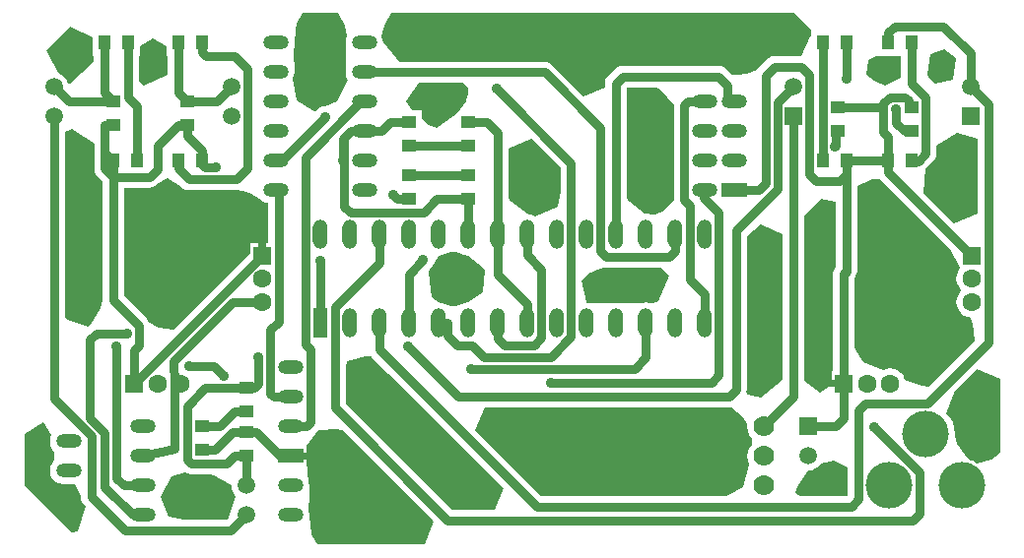
<source format=gtl>
G04 Layer_Physical_Order=1*
G04 Layer_Color=255*
%FSLAX24Y24*%
%MOIN*%
G70*
G01*
G75*
%ADD10R,0.0500X0.0400*%
%ADD11R,0.0400X0.0500*%
%ADD12C,0.0315*%
%ADD13C,0.1575*%
%ADD14R,0.0866X0.0472*%
%ADD15O,0.0866X0.0472*%
%ADD16O,0.0500X0.1000*%
%ADD17R,0.0500X0.1000*%
%ADD18C,0.0630*%
%ADD19R,0.0630X0.0630*%
%ADD20R,0.0591X0.0591*%
%ADD21C,0.0591*%
%ADD22O,0.0866X0.0472*%
%ADD23R,0.0866X0.0472*%
%ADD24C,0.0700*%
%ADD25C,0.0360*%
G36*
X27439Y11605D02*
Y9407D01*
X27400Y9356D01*
X27364Y9270D01*
X27352Y9176D01*
Y5872D01*
X27298D01*
Y5577D01*
X27713D01*
Y5337D01*
X27201D01*
X26911Y5153D01*
X26361Y5554D01*
Y11103D01*
X26955Y11718D01*
X27439Y11605D01*
D02*
G37*
G36*
X25639Y10522D02*
Y5594D01*
X24918Y4991D01*
X24486Y5087D01*
X24457Y5117D01*
X24419Y5173D01*
X24431Y5266D01*
Y10450D01*
X24911Y10839D01*
X25639Y10522D01*
D02*
G37*
G36*
X33000Y5632D02*
Y3101D01*
X32708Y2898D01*
X32216Y2761D01*
X32062Y2844D01*
X32013Y2858D01*
X31800Y3037D01*
X31553Y3412D01*
X31465Y3675D01*
X31472Y3756D01*
X31453Y3949D01*
X31397Y4136D01*
X31305Y4307D01*
X31182Y4457D01*
X31464Y5210D01*
X32213Y5959D01*
X33000Y5632D01*
D02*
G37*
G36*
X14773Y9857D02*
X14773Y9857D01*
X14883Y9812D01*
X15000Y9796D01*
X15522Y9369D01*
X15572Y9315D01*
X15509Y8534D01*
X15000Y8204D01*
X14883Y8188D01*
X14883D01*
X14773Y8143D01*
X14773Y8143D01*
X14608Y8071D01*
X14392D01*
X14227Y8143D01*
X14227Y8143D01*
X14117Y8188D01*
X14000Y8204D01*
X13765Y8396D01*
X13672Y9202D01*
X13724Y9357D01*
X13761Y9385D01*
X13822Y9465D01*
X13861Y9557D01*
X13993Y9784D01*
X14117Y9812D01*
X14227Y9857D01*
X14392Y9929D01*
X14608D01*
X14773Y9857D01*
D02*
G37*
G36*
X2360Y13573D02*
Y13269D01*
X2360D01*
X2360Y13230D01*
X2360Y12736D01*
X2372Y12643D01*
X2408Y12556D01*
X2465Y12481D01*
X2639Y12307D01*
Y8296D01*
X2559Y8000D01*
X2454Y7771D01*
X2290Y7529D01*
X2219Y7454D01*
X2175Y7421D01*
X2148Y7394D01*
X1464Y7618D01*
X1361Y7702D01*
Y13870D01*
X1379Y13969D01*
X1616Y14074D01*
X2360Y13573D01*
D02*
G37*
G36*
X31298Y10023D02*
X31628Y9372D01*
Y9372D01*
X31542Y9134D01*
X31524Y9000D01*
X31542Y8866D01*
X31593Y8740D01*
Y8740D01*
X31593Y8740D01*
X31662Y8606D01*
X31603Y8490D01*
X31603Y8490D01*
X31593Y8472D01*
X31593Y8472D01*
X31593Y8472D01*
X31542Y8347D01*
X31542Y8347D01*
X31524Y8213D01*
X31524Y8213D01*
X31542Y8078D01*
X31542Y8078D01*
X31542Y8078D01*
X31593Y7953D01*
Y7953D01*
X31593Y7953D01*
X31676Y7845D01*
Y7845D01*
X31694Y7832D01*
X31694Y7832D01*
X31784Y7763D01*
X31784Y7763D01*
X31796Y7758D01*
X31909Y7711D01*
X31909Y7711D01*
X31931Y7708D01*
X31931Y7708D01*
X32010Y7698D01*
X32069Y7499D01*
X32147Y6913D01*
X30587Y5353D01*
X30228Y5401D01*
X29789Y5591D01*
X29746Y5696D01*
X29737Y5716D01*
X29737Y5716D01*
X29668Y5806D01*
X29668D01*
X29655Y5824D01*
X29655D01*
X29547Y5907D01*
X29422Y5958D01*
X29422Y5958D01*
X29422Y5958D01*
X29399Y5961D01*
X29287Y5976D01*
X29287Y5976D01*
X29265Y5973D01*
X29153Y5958D01*
X29153Y5958D01*
X29132Y5950D01*
X29028Y5907D01*
X29028Y5907D01*
X28359Y6192D01*
X28132Y6540D01*
X28073Y6686D01*
Y9032D01*
X28112Y9083D01*
X28148Y9170D01*
X28161Y9264D01*
Y12149D01*
X28690Y12369D01*
X28817Y12372D01*
X28948Y12373D01*
X31298Y10023D01*
D02*
G37*
G36*
X5537Y2408D02*
X5630Y2396D01*
X6290D01*
X6398Y2356D01*
X7000Y2000D01*
X7017Y1871D01*
X7067Y1750D01*
X7067Y1750D01*
X7139Y1625D01*
X6905Y929D01*
X6889Y899D01*
X6827Y837D01*
X5410D01*
X4881Y948D01*
X4599Y1621D01*
X4986Y2322D01*
X5450Y2444D01*
X5537Y2408D01*
D02*
G37*
G36*
X922Y3720D02*
X878Y3614D01*
X863Y3500D01*
X878Y3386D01*
Y3386D01*
X922Y3280D01*
Y3280D01*
X922Y3280D01*
X992Y3107D01*
Y2893D01*
X939Y2761D01*
X922Y2720D01*
X878Y2614D01*
X863Y2500D01*
X863Y2500D01*
X878Y2386D01*
X878Y2386D01*
X878Y2386D01*
X922Y2280D01*
Y2280D01*
X922Y2280D01*
X992Y2189D01*
X992Y2189D01*
X992Y2189D01*
X1083Y2119D01*
X1083Y2119D01*
X1189Y2075D01*
X1189Y2075D01*
X1303Y2060D01*
X1303Y2060D01*
X1449Y2060D01*
X1449Y2060D01*
X1697Y2060D01*
X1893Y1643D01*
X1914Y1530D01*
X1950Y1444D01*
X2008Y1369D01*
X2062Y1315D01*
X1803Y460D01*
X1583Y417D01*
X0Y2000D01*
Y3705D01*
X15Y3743D01*
X646Y4145D01*
X922Y3720D01*
D02*
G37*
G36*
X10666Y3893D02*
X10768Y3869D01*
X13849Y787D01*
X13544Y0D01*
X9904D01*
X9699Y356D01*
X9635Y985D01*
X9637Y1000D01*
X9622Y1179D01*
X9622Y1216D01*
X9626Y1624D01*
X9637Y2000D01*
X9622Y2114D01*
X9541Y2824D01*
X9537Y2880D01*
X9000D01*
Y3120D01*
X9533D01*
Y3336D01*
X9937Y3881D01*
X10604Y3901D01*
X10666Y3893D01*
D02*
G37*
G36*
X27850Y2619D02*
Y1686D01*
X27811Y1647D01*
X26263D01*
X26244Y1652D01*
X26093Y1728D01*
X26088Y1790D01*
X26172Y2007D01*
X26500Y2500D01*
X26500Y2500D01*
X26556Y2508D01*
X26629Y2517D01*
X26682Y2539D01*
X26750Y2567D01*
X26795Y2602D01*
X26853Y2647D01*
X26888Y2692D01*
X26933Y2750D01*
X26933Y2750D01*
X27368Y2845D01*
X27850Y2619D01*
D02*
G37*
G36*
X23924Y4640D02*
X24299Y4303D01*
X24456Y4080D01*
X24445Y4000D01*
X24464Y3856D01*
X24520Y3723D01*
X24608Y3608D01*
Y3392D01*
X24520Y3277D01*
X24464Y3144D01*
X24464Y3144D01*
X24445Y3000D01*
X24464Y2856D01*
X24464Y2856D01*
X24520Y2723D01*
X24317Y1935D01*
X23756Y1652D01*
X23737Y1647D01*
X17521D01*
X17484Y1647D01*
X15253Y3878D01*
X15579Y4666D01*
X23830D01*
X23872Y4671D01*
X23924Y4640D01*
D02*
G37*
G36*
X11735Y6378D02*
X11745Y6366D01*
X11917Y6194D01*
X11917Y6194D01*
X12290Y5821D01*
X16197Y1914D01*
X15895Y1187D01*
X14470D01*
X10871Y4786D01*
Y6019D01*
X10902Y6205D01*
X11529Y6395D01*
X11735Y6378D01*
D02*
G37*
G36*
X4800Y16881D02*
Y16550D01*
X4839D01*
Y15933D01*
X4052Y15560D01*
X3861Y15718D01*
Y16550D01*
X3900D01*
Y16881D01*
X4350Y17140D01*
X4800Y16881D01*
D02*
G37*
G36*
X29639Y15816D02*
X29108Y15538D01*
X28744Y15730D01*
X28478Y15933D01*
X28546Y16408D01*
X28800Y16550D01*
X29639D01*
Y15816D01*
D02*
G37*
G36*
X10831Y17592D02*
X10922Y17220D01*
X10878Y17114D01*
X10863Y17000D01*
X10870Y16947D01*
X10879Y16827D01*
X10882Y16500D01*
X10879Y16173D01*
X10870Y16053D01*
X10863Y16000D01*
X10878Y15886D01*
Y15886D01*
X10922Y15780D01*
Y15780D01*
X10922Y15780D01*
X10935Y15747D01*
X10581Y15006D01*
X10180Y14859D01*
X10081Y14846D01*
X9989Y14808D01*
X9989D01*
X9909Y14747D01*
X9909D01*
X9848Y14668D01*
X9738Y14701D01*
X9217Y15050D01*
X9078Y15780D01*
X9122Y15886D01*
X9137Y16000D01*
X9137Y16001D01*
X9123Y16710D01*
X9132Y16902D01*
X9184Y17492D01*
X9192Y17572D01*
X9199Y17644D01*
X9404Y18000D01*
X10596D01*
X10831Y17592D01*
D02*
G37*
G36*
X26600Y17450D02*
Y17262D01*
X26589Y17224D01*
X26291Y16549D01*
X25814Y16547D01*
X25370D01*
X25277Y16535D01*
X25190Y16498D01*
X25115Y16441D01*
X24817Y16143D01*
X24760Y16068D01*
X24451Y15949D01*
X24394Y15935D01*
X24149Y15900D01*
X23931Y15905D01*
X23725Y16111D01*
X23651Y16168D01*
X23564Y16205D01*
X23470Y16217D01*
X20230D01*
X20137Y16205D01*
X20050Y16168D01*
X19975Y16111D01*
X19745Y15881D01*
X19688Y15806D01*
X19652Y15719D01*
X19639Y15626D01*
Y15494D01*
X18912Y15193D01*
X17850Y16255D01*
X17775Y16312D01*
X17688Y16348D01*
X17595Y16361D01*
X15800D01*
X15800Y16361D01*
Y16361D01*
X12719D01*
X12612Y16430D01*
X12568Y16471D01*
X12137Y17000D01*
X12137Y17000D01*
X12122Y17114D01*
Y17114D01*
X12078Y17220D01*
X12169Y17592D01*
X12404Y18000D01*
X26040D01*
X26600Y17450D01*
D02*
G37*
G36*
X31501Y16474D02*
X31421Y15744D01*
X30797Y15629D01*
X30590Y15841D01*
X30556Y15966D01*
X30649Y16609D01*
X30757Y16663D01*
X31120Y16778D01*
X31501Y16474D01*
D02*
G37*
G36*
X2300Y17186D02*
Y16550D01*
X2339D01*
Y16358D01*
X1552Y15625D01*
X1483Y15629D01*
X1483Y15629D01*
X1454Y15697D01*
X1454Y15697D01*
X1433Y15750D01*
X1433Y15750D01*
X1388Y15808D01*
X1353Y15853D01*
X1353D01*
X1295Y15898D01*
X1250Y15933D01*
X1250Y15933D01*
X1250Y15933D01*
X1129Y15983D01*
X1129Y15983D01*
X797Y16632D01*
X757Y16757D01*
X1557Y17557D01*
X2300Y17186D01*
D02*
G37*
G36*
X32240Y13740D02*
Y11214D01*
X31452Y10888D01*
X30410Y11931D01*
X30485Y12741D01*
X30745Y13001D01*
X30803Y13076D01*
X30839Y13163D01*
X30851Y13256D01*
Y13532D01*
X31525Y13957D01*
X32240Y13740D01*
D02*
G37*
G36*
X5313Y12114D02*
X5387Y12056D01*
X5474Y12020D01*
X5567Y12008D01*
X7108D01*
X7177Y12007D01*
X7413Y11967D01*
X7678Y11869D01*
X7992Y11689D01*
D01*
X8083Y11619D01*
Y11619D01*
X8189Y11575D01*
Y11575D01*
X8240Y11568D01*
Y10202D01*
X8163D01*
Y9787D01*
X7923D01*
Y10202D01*
X7628D01*
Y9882D01*
X5026Y7280D01*
X4554Y7358D01*
X4226Y7512D01*
X4190Y7599D01*
X4133Y7673D01*
X3361Y8446D01*
Y12096D01*
X4230D01*
X4324Y12108D01*
X4411Y12144D01*
X4485Y12201D01*
X4839Y12417D01*
X5313Y12114D01*
D02*
G37*
G36*
X19690Y9376D02*
X21557D01*
X21796Y9131D01*
X21796Y9120D01*
X21443Y8248D01*
X21382Y8230D01*
X21225Y8198D01*
X21224Y8198D01*
X21148Y8191D01*
X21000Y8204D01*
X20954Y8198D01*
X20954D01*
X20824Y8188D01*
X20794Y8188D01*
X20332Y8187D01*
X20176Y8188D01*
X20046Y8198D01*
X20000Y8204D01*
X19954Y8198D01*
X19824Y8188D01*
X19500Y8186D01*
X19176Y8188D01*
X19046Y8198D01*
X19000Y8204D01*
X18855Y8956D01*
X19090Y9168D01*
X19308Y9273D01*
X19579Y9381D01*
X19638Y9383D01*
X19690Y9376D01*
D02*
G37*
G36*
X14819Y15639D02*
X14879Y15624D01*
X14997Y15447D01*
X14998Y15243D01*
X14990Y15191D01*
X14938Y15016D01*
X14650Y14600D01*
X13928Y14125D01*
X13690Y14208D01*
X13450Y14422D01*
Y14700D01*
X13121D01*
X12908Y15011D01*
X13325Y15639D01*
X14819D01*
D02*
G37*
G36*
X21511Y15401D02*
X21960Y14890D01*
Y11916D01*
X21960Y11676D01*
X21960Y11676D01*
X21626Y11308D01*
X21335Y11188D01*
X20988Y11214D01*
X20478Y11631D01*
X20417Y11697D01*
X20361Y11786D01*
Y15477D01*
X20380Y15496D01*
X21369D01*
X21511Y15401D01*
D02*
G37*
G36*
X18130Y12777D02*
Y11981D01*
X18040Y11446D01*
X17272Y11123D01*
X17227Y11143D01*
X17227Y11143D01*
X17117Y11188D01*
X17000Y11204D01*
X16478Y11631D01*
X16417Y11697D01*
X16361Y11786D01*
Y13433D01*
X17148Y13759D01*
X18130Y12777D01*
D02*
G37*
G54D10*
X6000Y3200D02*
D03*
Y4000D02*
D03*
X7500Y4500D02*
D03*
Y5300D02*
D03*
X3000Y14200D02*
D03*
Y15000D02*
D03*
X5500Y14200D02*
D03*
Y15000D02*
D03*
X30000Y14800D02*
D03*
Y14000D02*
D03*
X27500Y14800D02*
D03*
Y14000D02*
D03*
X7500Y3800D02*
D03*
Y3000D02*
D03*
X15000Y11700D02*
D03*
Y12500D02*
D03*
X13000D02*
D03*
Y11700D02*
D03*
X15000Y14300D02*
D03*
Y13500D02*
D03*
X13000D02*
D03*
Y14300D02*
D03*
G54D11*
X3000Y13000D02*
D03*
X3800D02*
D03*
X5200D02*
D03*
X6000D02*
D03*
Y17000D02*
D03*
X5200D02*
D03*
X29200Y13000D02*
D03*
X30000D02*
D03*
Y17000D02*
D03*
X29200D02*
D03*
X27800Y13000D02*
D03*
X27000D02*
D03*
Y17000D02*
D03*
X27800D02*
D03*
X3500D02*
D03*
X2700D02*
D03*
G54D12*
X13000Y12500D02*
X15000D01*
X13000Y13500D02*
X15000D01*
X11500Y14000D02*
X12090D01*
X12390Y14300D01*
X13000D01*
X15000Y10500D02*
Y11096D01*
X15000Y11096D01*
Y11700D01*
X7500Y2000D02*
Y2496D01*
X7500Y2496D01*
Y3000D01*
X3800Y13000D02*
Y14846D01*
X3500Y15146D02*
X3800Y14846D01*
X3500Y15146D02*
Y17000D01*
X6000Y3200D02*
X6440D01*
X7040Y3800D01*
X7500D01*
X7840D01*
X8640Y3000D01*
X9000D01*
X6000Y13000D02*
Y13346D01*
X5500Y13846D02*
X6000Y13346D01*
X5500Y13846D02*
Y14200D01*
X27713Y5457D02*
Y9176D01*
X27800Y9264D01*
Y13000D02*
X29200D01*
X30000Y15627D02*
Y17000D01*
Y15627D02*
X30490Y15136D01*
Y13256D02*
Y15136D01*
X30230Y12996D02*
X30490Y13256D01*
X30000Y12996D02*
Y13000D01*
X22430Y15000D02*
X23000D01*
X22320Y14890D02*
X22430Y15000D01*
X22320Y11676D02*
Y14890D01*
Y11676D02*
X22500Y11496D01*
Y8996D02*
Y11496D01*
Y8996D02*
X23000Y8497D01*
Y7500D02*
Y8497D01*
X8500Y12000D02*
X8600D01*
X8320Y7267D02*
X8600Y7547D01*
X8320Y5110D02*
Y7267D01*
Y5110D02*
X8430Y5000D01*
X9000D01*
X27713Y4282D02*
Y5457D01*
X27430Y4000D02*
X27713Y4282D01*
X26500Y4000D02*
X27430D01*
X29200Y12631D02*
X32043Y9787D01*
X29200Y12631D02*
Y13000D01*
X7100Y3000D02*
X7500D01*
X6857Y2756D02*
X7100Y3000D01*
X5630Y2756D02*
X6857D01*
X5510Y2876D02*
X5630Y2756D01*
X5510Y2876D02*
Y4686D01*
X6124Y5300D01*
X7500D01*
X27800Y15776D02*
Y17000D01*
X27420Y13496D02*
X27450Y13526D01*
Y14000D02*
X27500D01*
X27000Y13000D02*
Y17000D01*
X29200D02*
Y17336D01*
X29429Y17565D01*
X31073D01*
X32000Y16638D01*
Y15500D02*
Y16638D01*
X29907Y14800D02*
X30000D01*
X29790Y15154D02*
X29907Y15036D01*
X29053Y14936D02*
X29270Y15154D01*
X29053Y13968D02*
X29200Y13820D01*
Y13000D02*
Y13820D01*
X11030Y14000D02*
X11500D01*
X10780Y13000D02*
Y13750D01*
X10820Y13790D02*
X11030Y14000D01*
X10820Y11466D02*
X11030Y11256D01*
X13510D01*
X13954Y11700D01*
X15000D01*
X23790Y15000D02*
X24000D01*
X23470Y15856D02*
X23790Y15536D01*
X20230Y15856D02*
X23470D01*
X20000Y15626D02*
X20230Y15856D01*
X20000Y10500D02*
Y15626D01*
X6000Y4000D02*
X6600D01*
X7100Y4500D01*
X7500D01*
X17000Y9817D02*
Y10500D01*
Y9817D02*
X17490Y9326D01*
Y7016D02*
Y9326D01*
X17230Y6756D02*
X17490Y7016D01*
X16230Y6756D02*
X17230D01*
X16000Y6987D02*
X16230Y6756D01*
X16000Y6987D02*
Y7500D01*
X15000Y14300D02*
X15636D01*
X16000Y13936D01*
Y10500D02*
Y13936D01*
X27800Y12536D02*
Y13000D01*
X27590Y12326D02*
X27800Y12536D01*
X26760Y12326D02*
X27590D01*
X26550Y12536D02*
X26760Y12326D01*
X26550Y12536D02*
Y15926D01*
X26290Y16186D02*
X26550Y15926D01*
X25370Y16186D02*
X26290D01*
X25072Y15888D02*
X25370Y16186D01*
X25072Y12242D02*
Y15888D01*
X24830Y12000D02*
X25072Y12242D01*
X24000Y12000D02*
X24830D01*
X9000Y4000D02*
X9544D01*
X9680Y4136D01*
Y6606D01*
X9510Y6776D02*
X9680Y6606D01*
X9510Y6776D02*
Y13131D01*
X11379Y15000D01*
X11500D01*
X21000Y6336D02*
Y7500D01*
X20630Y5966D02*
X21000Y6336D01*
X15110Y5966D02*
X20630D01*
X6410Y6046D02*
X6730Y5726D01*
X5580Y6046D02*
X6410D01*
X3713Y5457D02*
X5188Y6932D01*
X5188D01*
X8043Y9787D01*
X12000Y9536D02*
Y10500D01*
X10510Y8047D02*
X12000Y9536D01*
X10510Y4636D02*
Y8047D01*
Y4636D02*
X14320Y826D01*
X30030D01*
X30270Y1066D01*
Y2439D01*
X28740Y3969D02*
X30270Y2439D01*
X12000Y6621D02*
Y7500D01*
Y6621D02*
X17335Y1286D01*
X27960D01*
X28210Y1536D01*
Y4566D01*
X28430Y4786D01*
X30530D01*
X32600Y6856D01*
Y14900D01*
X32000Y15500D02*
X32600Y14900D01*
X22000Y9936D02*
Y10500D01*
X21800Y9736D02*
X22000Y9936D01*
X19690Y9736D02*
X21800D01*
X19490Y9936D02*
X19690Y9736D01*
X19490Y9936D02*
Y14105D01*
X17595Y16000D02*
X19490Y14105D01*
X11500Y16000D02*
X17595D01*
X6000Y12886D02*
Y13000D01*
Y12886D02*
X6100Y12786D01*
X6490D01*
X13000Y9166D02*
X13490Y9656D01*
X13000Y7500D02*
Y9166D01*
X5200Y12736D02*
Y13000D01*
Y12736D02*
X5567Y12369D01*
X7173D01*
X7540Y12736D01*
Y16131D01*
X7115Y16556D02*
X7540Y16131D01*
X6130Y16556D02*
X7115D01*
X6000Y16687D02*
X6130Y16556D01*
X6000Y16687D02*
Y17000D01*
X3660Y1000D02*
X4000D01*
X2720Y1940D02*
X3660Y1000D01*
X2720Y1940D02*
Y3795D01*
X2220Y4295D02*
X2720Y3795D01*
X2220Y4295D02*
Y6956D01*
X2430Y7166D01*
X3460D01*
X3377Y2000D02*
X4000D01*
X3120Y2256D02*
X3377Y2000D01*
X3120Y2256D02*
Y6716D01*
X29470Y14288D02*
Y14736D01*
Y14288D02*
X29759Y14000D01*
X30000D01*
X25467Y14967D02*
X26000Y15500D01*
X25467Y12063D02*
Y14967D01*
X24070Y10666D02*
X25467Y12063D01*
X24070Y5266D02*
Y10666D01*
X23830Y5026D02*
X24070Y5266D01*
X14660Y5026D02*
X23830D01*
X12970Y6716D02*
X14660Y5026D01*
X2700Y15300D02*
X3000Y15000D01*
X2700Y15300D02*
Y17000D01*
X1000Y15500D02*
X1500Y15000D01*
X3000D01*
X15971Y15446D02*
X18490Y12926D01*
Y7036D02*
Y12926D01*
X17815Y6361D02*
X18490Y7036D01*
X15528Y6361D02*
X17815D01*
X15128Y6762D02*
X15528Y6361D01*
X14625Y6762D02*
X15128D01*
X14300Y7086D02*
X14625Y6762D01*
X14000Y7500D02*
X14300D01*
X6500Y15000D02*
X7000Y15500D01*
X5500Y15000D02*
X6500D01*
X5200Y15300D02*
X5500Y15000D01*
X5200Y15300D02*
Y17000D01*
X7900Y5436D02*
Y6346D01*
X7764Y5300D02*
X7900Y5436D01*
X7500Y5300D02*
X7764D01*
X25000Y4000D02*
X26000Y5000D01*
Y14500D01*
X1000Y4957D02*
Y14500D01*
Y4957D02*
X2263Y3694D01*
Y1624D02*
Y3694D01*
Y1624D02*
X3410Y476D01*
X6976D01*
X7500Y1000D01*
X10000Y7500D02*
Y9626D01*
X3000Y8296D02*
X3878Y7419D01*
Y6750D02*
Y7419D01*
X3713Y6584D02*
X3878Y6750D01*
X3713Y5457D02*
Y6584D01*
X3000Y12456D02*
X4230D01*
X2720Y14200D02*
X3000D01*
X2720Y13280D02*
X3000Y13000D01*
X17000Y7500D02*
Y8137D01*
X16000Y9137D02*
X17000Y8137D01*
X16000Y9137D02*
Y10500D01*
X27500Y14800D02*
X29053D01*
Y14936D01*
X29270Y15154D02*
X29790D01*
X10180Y14476D02*
Y14476D01*
X8704Y13000D02*
X10180Y14476D01*
X8500Y13000D02*
X8704D01*
X7039Y8213D02*
X8043D01*
X5030Y6204D02*
X7039Y8213D01*
X5030Y6204D02*
X5070Y5457D01*
X5287D01*
X4000Y3000D02*
X5070Y3240D01*
X12467Y11846D02*
X12613Y11700D01*
X13000D01*
X17793Y5489D02*
X23243D01*
X23490Y5736D01*
Y11236D01*
X22990Y11736D02*
X23490Y11236D01*
X22990Y12000D02*
X23000D01*
X10820Y11466D02*
Y13790D01*
X10780Y13750D02*
X10820Y13790D01*
X27450Y13526D02*
Y14000D01*
X14300Y7086D02*
Y7500D01*
X30000Y12996D02*
X30230D01*
X8600Y7547D02*
Y12000D01*
X23790Y15000D02*
Y15536D01*
X3000Y8296D02*
Y12457D01*
Y13000D01*
X2720Y12736D02*
X3000Y12457D01*
X3000Y12456D01*
X2720Y13280D02*
Y14200D01*
Y12736D02*
Y13280D01*
X27800Y9264D02*
Y12536D01*
X29053Y13968D02*
Y14800D01*
X29907D02*
Y15036D01*
X5070Y3240D02*
Y5457D01*
X22990Y11736D02*
Y12000D01*
X4230Y12456D02*
X4500Y12726D01*
Y13500D01*
X5200Y14200D01*
X5500D01*
G54D13*
X29240Y2020D02*
D03*
X31720D02*
D03*
X30480Y3756D02*
D03*
G54D14*
X24000Y12000D02*
D03*
G54D15*
Y13000D02*
D03*
Y14000D02*
D03*
Y15000D02*
D03*
X23000Y12000D02*
D03*
Y13000D02*
D03*
Y14000D02*
D03*
Y15000D02*
D03*
X1500Y3500D02*
D03*
Y2500D02*
D03*
X8500Y17000D02*
D03*
Y16000D02*
D03*
Y15000D02*
D03*
Y14000D02*
D03*
Y13000D02*
D03*
Y12000D02*
D03*
X11500D02*
D03*
Y13000D02*
D03*
Y14000D02*
D03*
Y15000D02*
D03*
Y16000D02*
D03*
Y17000D02*
D03*
G54D16*
X23000Y10500D02*
D03*
X22000D02*
D03*
X21000D02*
D03*
X20000D02*
D03*
X19000D02*
D03*
X18000D02*
D03*
X17000D02*
D03*
X16000D02*
D03*
X15000D02*
D03*
X14000D02*
D03*
X13000D02*
D03*
X12000D02*
D03*
X11000D02*
D03*
X10000D02*
D03*
X23000Y7500D02*
D03*
X22000D02*
D03*
X21000D02*
D03*
X20000D02*
D03*
X19000D02*
D03*
X18000D02*
D03*
X17000D02*
D03*
X16000D02*
D03*
X15000D02*
D03*
X14000D02*
D03*
X13000D02*
D03*
X12000D02*
D03*
X11000D02*
D03*
G54D17*
X10000D02*
D03*
G54D18*
X4500Y5457D02*
D03*
X5287D02*
D03*
X8043Y9000D02*
D03*
Y8213D02*
D03*
X28500Y5457D02*
D03*
X29287D02*
D03*
X32043Y9000D02*
D03*
Y8213D02*
D03*
G54D19*
X3713Y5457D02*
D03*
X8043Y9787D02*
D03*
X27713Y5457D02*
D03*
X32043Y9787D02*
D03*
G54D20*
X26500Y4000D02*
D03*
X26000Y14500D02*
D03*
X32000D02*
D03*
G54D21*
X26500Y3000D02*
D03*
X7500Y2000D02*
D03*
Y1000D02*
D03*
X7000Y15500D02*
D03*
Y14500D02*
D03*
X1000Y15500D02*
D03*
Y14500D02*
D03*
X26000Y15500D02*
D03*
X32000D02*
D03*
G54D22*
X9000Y6000D02*
D03*
Y5000D02*
D03*
Y4000D02*
D03*
Y2000D02*
D03*
Y1000D02*
D03*
X4000D02*
D03*
Y2000D02*
D03*
Y3000D02*
D03*
Y4000D02*
D03*
G54D23*
X9000Y3000D02*
D03*
G54D24*
X25000Y2000D02*
D03*
Y4000D02*
D03*
Y3000D02*
D03*
G54D25*
X27800Y15776D02*
D03*
X27420Y13496D02*
D03*
X10780Y13000D02*
D03*
X15110Y5966D02*
D03*
X6730Y5726D02*
D03*
X5580Y6046D02*
D03*
X28740Y3969D02*
D03*
X6490Y12786D02*
D03*
X13490Y9656D02*
D03*
X3460Y7166D02*
D03*
X3120Y6716D02*
D03*
X29470Y14736D02*
D03*
X12970Y6716D02*
D03*
X15971Y15446D02*
D03*
X7900Y6346D02*
D03*
X10000Y9626D02*
D03*
X10180Y14476D02*
D03*
X12467Y11846D02*
D03*
X17793Y5489D02*
D03*
M02*

</source>
